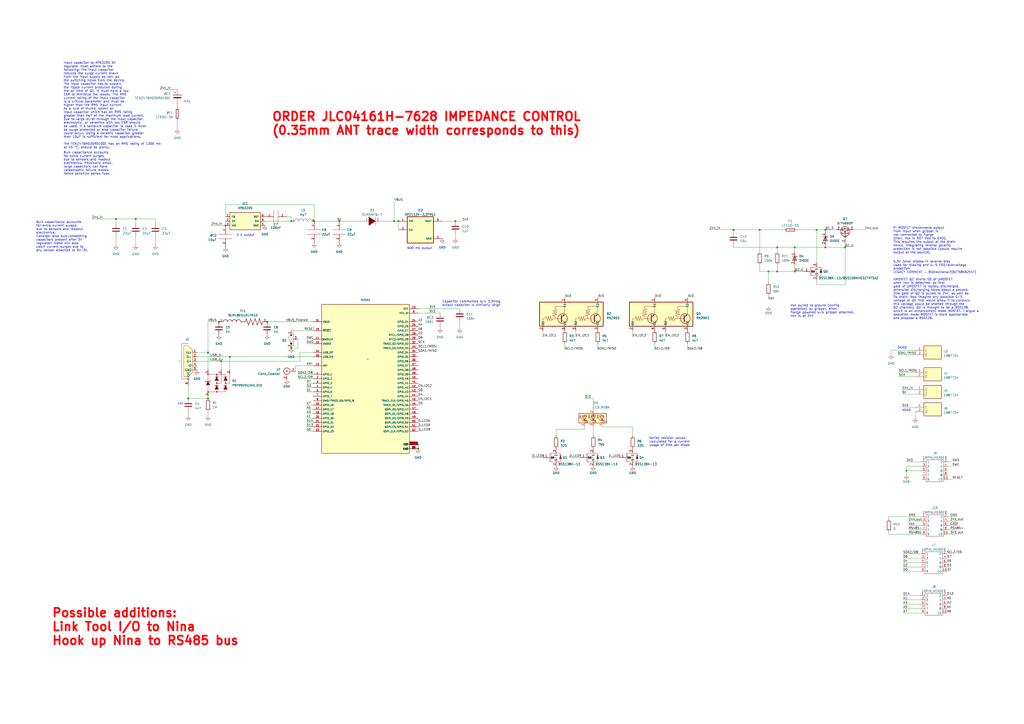
<source format=kicad_sch>
(kicad_sch (version 20230121) (generator eeschema)
  (paper "A2")
  (junction (at 168.91 201.93))
  (junction (at 109.22 231.14))
  (junction (at 67.31 127))
  (junction (at 473.71 133.35))
  (junction (at 128.27 209.55))
  (junction (at 127 186.69))
  (junction (at 264.16 128.27))
  (junction (at 120.65 204.47))
  (junction (at 120.65 231.14))
  (junction (at 450.85 143.51))
  (junction (at 425.45 133.35))
  (junction (at 450.85 157.48))
  (junction (at 440.69 133.35))
  (junction (at 461.01 143.51))
  (junction (at 168.91 128.27))
  (junction (at 154.94 186.69))
  (junction (at 130.81 130.81))
  (junction (at 133.35 207.01))
  (junction (at 478.79 143.51))
  (junction (at 525.78 273.05))
  (junction (at 228.6 128.27))
  (junction (at 490.22 143.51))
  (junction (at 231.14 128.27))
  (junction (at 461.01 157.48))
  (junction (at 242.57 260.35))
  (junction (at 478.79 133.35))
  (junction (at 445.77 157.48))
  (junction (at 78.74 127))
  (junction (at 196.85 128.27))
  (junction (at 182.245 128.27))
  (wire (pts (xy 411.48 133.35) (xy 425.45 133.35)))
  (wire (pts (xy 525.78 267.97) (xy 534.67 267.97)))
  (wire (pts (xy 490.22 140.97) (xy 490.22 143.51)))
  (wire (pts (xy 168.91 125.73) (xy 168.91 128.27)))
  (wire (pts (xy 177.8 240.03) (xy 181.61 240.03)))
  (wire (pts (xy 242.57 179.07) (xy 266.7 179.07)))
  (wire (pts (xy 128.27 209.55) (xy 173.99 209.55)))
  (wire (pts (xy 495.3 133.35) (xy 501.65 133.35)))
  (wire (pts (xy 177.8 222.25) (xy 181.61 222.25)))
  (wire (pts (xy 549.91 278.13) (xy 552.45 278.13)))
  (wire (pts (xy 344.17 252.73) (xy 344.17 247.65)))
  (wire (pts (xy 53.34 127) (xy 67.31 127)))
  (wire (pts (xy 120.65 238.76) (xy 120.65 241.3)))
  (wire (pts (xy 523.875 331.47) (xy 534.035 331.47)))
  (wire (pts (xy 220.98 128.27) (xy 228.6 128.27)))
  (wire (pts (xy 450.85 143.51) (xy 461.01 143.51)))
  (wire (pts (xy 177.8 245.11) (xy 181.61 245.11)))
  (wire (pts (xy 177.8 250.19) (xy 181.61 250.19)))
  (wire (pts (xy 523.875 345.44) (xy 534.035 345.44)))
  (wire (pts (xy 171.45 212.09) (xy 171.45 215.265)))
  (wire (pts (xy 523.24 226.06) (xy 530.86 226.06)))
  (wire (pts (xy 516.89 203.2) (xy 530.86 203.2)))
  (wire (pts (xy 327.66 199.39) (xy 327.66 203.2)))
  (wire (pts (xy 450.85 157.48) (xy 461.01 157.48)))
  (wire (pts (xy 339.09 231.14) (xy 344.17 231.14)))
  (wire (pts (xy 120.65 204.47) (xy 120.65 186.69)))
  (wire (pts (xy 177.8 247.65) (xy 181.61 247.65)))
  (wire (pts (xy 109.22 223.52) (xy 109.22 231.14)))
  (wire (pts (xy 525.78 273.05) (xy 534.67 273.05)))
  (wire (pts (xy 231.14 128.27) (xy 231.14 133.35)))
  (wire (pts (xy 549.91 304.8) (xy 554.99 304.8)))
  (wire (pts (xy 515.62 299.72) (xy 534.67 299.72)))
  (wire (pts (xy 466.09 157.48) (xy 461.01 157.48)))
  (wire (pts (xy 549.91 307.34) (xy 554.99 307.34)))
  (wire (pts (xy 78.74 127) (xy 78.74 129.54)))
  (wire (pts (xy 172.72 217.17) (xy 181.61 217.17)))
  (wire (pts (xy 330.2 265.43) (xy 336.55 265.43)))
  (wire (pts (xy 172.72 219.71) (xy 181.61 219.71)))
  (wire (pts (xy 177.8 199.39) (xy 181.61 199.39)))
  (wire (pts (xy 90.17 127) (xy 90.17 129.54)))
  (wire (pts (xy 130.81 128.27) (xy 130.81 130.81)))
  (wire (pts (xy 425.45 133.35) (xy 425.45 134.62)))
  (wire (pts (xy 450.85 143.51) (xy 450.85 146.05)))
  (wire (pts (xy 525.78 275.59) (xy 525.78 273.05)))
  (wire (pts (xy 520.7 205.74) (xy 530.86 205.74)))
  (wire (pts (xy 120.65 229.87) (xy 120.65 231.14)))
  (wire (pts (xy 521.335 215.9) (xy 530.86 215.9)))
  (wire (pts (xy 461.01 157.48) (xy 461.01 153.67)))
  (wire (pts (xy 367.03 191.77) (xy 367.03 195.58)))
  (wire (pts (xy 473.71 162.56) (xy 473.71 165.1)))
  (wire (pts (xy 478.79 143.51) (xy 490.22 143.51)))
  (wire (pts (xy 523.875 321.31) (xy 534.035 321.31)))
  (wire (pts (xy 102.87 59.69) (xy 102.87 62.23)))
  (wire (pts (xy 308.61 265.43) (xy 314.96 265.43)))
  (wire (pts (xy 130.81 118.745) (xy 182.245 118.745)))
  (wire (pts (xy 128.27 209.55) (xy 128.27 214.63)))
  (wire (pts (xy 154.94 186.69) (xy 181.61 186.69)))
  (wire (pts (xy 478.79 134.62) (xy 478.79 133.35)))
  (wire (pts (xy 549.91 270.51) (xy 552.45 270.51)))
  (wire (pts (xy 525.78 270.51) (xy 534.67 270.51)))
  (wire (pts (xy 78.74 127) (xy 90.17 127)))
  (wire (pts (xy 67.31 142.24) (xy 67.31 137.16)))
  (wire (pts (xy 523.875 350.52) (xy 534.035 350.52)))
  (wire (pts (xy 109.22 231.14) (xy 120.65 231.14)))
  (wire (pts (xy 478.79 133.35) (xy 485.14 133.35)))
  (wire (pts (xy 114.3 207.01) (xy 133.35 207.01)))
  (wire (pts (xy 461.01 143.51) (xy 461.01 146.05)))
  (wire (pts (xy 339.09 248.92) (xy 339.09 247.65)))
  (wire (pts (xy 172.72 201.93) (xy 168.91 201.93)))
  (wire (pts (xy 114.3 204.47) (xy 120.65 204.47)))
  (wire (pts (xy 515.62 300.99) (xy 515.62 299.72)))
  (wire (pts (xy 473.71 133.35) (xy 478.79 133.35)))
  (wire (pts (xy 92.71 52.07) (xy 102.87 52.07)))
  (wire (pts (xy 264.16 138.43) (xy 264.16 135.89)))
  (wire (pts (xy 525.78 270.51) (xy 525.78 273.05)))
  (wire (pts (xy 177.8 224.79) (xy 181.61 224.79)))
  (wire (pts (xy 473.71 133.35) (xy 473.71 152.4)))
  (wire (pts (xy 478.79 142.24) (xy 478.79 143.51)))
  (wire (pts (xy 440.69 146.05) (xy 440.69 133.35)))
  (wire (pts (xy 523.875 347.98) (xy 534.035 347.98)))
  (wire (pts (xy 314.96 191.77) (xy 314.96 195.58)))
  (wire (pts (xy 322.58 248.92) (xy 339.09 248.92)))
  (wire (pts (xy 490.22 143.51) (xy 490.22 165.1)))
  (wire (pts (xy 367.03 247.65) (xy 349.25 247.65)))
  (wire (pts (xy 182.245 118.745) (xy 182.245 128.27)))
  (wire (pts (xy 172.72 196.85) (xy 172.72 201.93)))
  (wire (pts (xy 266.7 190.5) (xy 266.7 186.69)))
  (wire (pts (xy 242.57 181.61) (xy 255.27 181.61)))
  (wire (pts (xy 177.8 196.85) (xy 181.61 196.85)))
  (wire (pts (xy 346.71 199.39) (xy 346.71 203.2)))
  (wire (pts (xy 196.85 128.27) (xy 210.82 128.27)))
  (wire (pts (xy 67.31 127) (xy 67.31 129.54)))
  (wire (pts (xy 344.17 237.49) (xy 344.17 231.14)))
  (wire (pts (xy 523.24 228.6) (xy 530.86 228.6)))
  (wire (pts (xy 523.875 355.6) (xy 534.035 355.6)))
  (wire (pts (xy 242.57 257.81) (xy 242.57 260.35)))
  (wire (pts (xy 177.8 227.33) (xy 181.61 227.33)))
  (wire (pts (xy 177.8 242.57) (xy 181.61 242.57)))
  (wire (pts (xy 549.91 267.97) (xy 552.45 267.97)))
  (wire (pts (xy 527.05 304.8) (xy 534.67 304.8)))
  (wire (pts (xy 516.89 203.2) (xy 516.89 205.74)))
  (wire (pts (xy 120.65 204.47) (xy 120.65 214.63)))
  (wire (pts (xy 445.77 157.48) (xy 450.85 157.48)))
  (wire (pts (xy 133.35 207.01) (xy 133.35 214.63)))
  (wire (pts (xy 523.875 326.39) (xy 534.035 326.39)))
  (wire (pts (xy 461.01 143.51) (xy 478.79 143.51)))
  (wire (pts (xy 440.69 153.67) (xy 440.69 157.48)))
  (wire (pts (xy 462.28 133.35) (xy 473.71 133.35)))
  (wire (pts (xy 523.875 323.85) (xy 534.035 323.85)))
  (wire (pts (xy 523.875 328.93) (xy 534.035 328.93)))
  (wire (pts (xy 166.37 125.73) (xy 168.91 125.73)))
  (wire (pts (xy 549.91 302.26) (xy 554.99 302.26)))
  (wire (pts (xy 173.99 209.55) (xy 173.99 204.47)))
  (wire (pts (xy 120.65 186.69) (xy 127 186.69)))
  (wire (pts (xy 440.69 133.35) (xy 454.66 133.35)))
  (wire (pts (xy 173.99 204.47) (xy 181.61 204.47)))
  (wire (pts (xy 440.69 157.48) (xy 445.77 157.48)))
  (wire (pts (xy 102.87 74.93) (xy 102.87 69.85)))
  (wire (pts (xy 527.05 307.34) (xy 534.67 307.34)))
  (wire (pts (xy 182.245 128.27) (xy 196.85 128.27)))
  (wire (pts (xy 169.545 128.27) (xy 168.91 128.27)))
  (wire (pts (xy 445.77 157.48) (xy 445.77 163.83)))
  (wire (pts (xy 367.03 252.73) (xy 367.03 247.65)))
  (wire (pts (xy 114.3 209.55) (xy 128.27 209.55)))
  (wire (pts (xy 549.91 299.72) (xy 554.99 299.72)))
  (wire (pts (xy 521.335 218.44) (xy 530.86 218.44)))
  (wire (pts (xy 322.58 252.73) (xy 322.58 248.92)))
  (wire (pts (xy 109.22 238.76) (xy 109.22 241.3)))
  (wire (pts (xy 264.16 128.27) (xy 267.97 128.27)))
  (wire (pts (xy 549.91 309.88) (xy 554.99 309.88)))
  (wire (pts (xy 168.91 128.27) (xy 153.67 128.27)))
  (wire (pts (xy 78.74 142.24) (xy 78.74 137.16)))
  (wire (pts (xy 473.71 165.1) (xy 490.22 165.1)))
  (wire (pts (xy 515.62 308.61) (xy 515.62 309.88)))
  (wire (pts (xy 256.54 128.27) (xy 264.16 128.27)))
  (wire (pts (xy 90.17 142.24) (xy 90.17 137.16)))
  (wire (pts (xy 133.35 207.01) (xy 181.61 207.01)))
  (wire (pts (xy 386.08 191.77) (xy 386.08 195.58)))
  (wire (pts (xy 67.31 127) (xy 78.74 127)))
  (wire (pts (xy 228.6 116.84) (xy 228.6 128.27)))
  (wire (pts (xy 168.91 191.77) (xy 181.61 191.77)))
  (wire (pts (xy 177.8 237.49) (xy 181.61 237.49)))
  (wire (pts (xy 523.875 353.06) (xy 534.035 353.06)))
  (wire (pts (xy 425.45 143.51) (xy 450.85 143.51)))
  (wire (pts (xy 425.45 133.35) (xy 440.69 133.35)))
  (wire (pts (xy 171.45 212.09) (xy 181.61 212.09)))
  (wire (pts (xy 228.6 128.27) (xy 231.14 128.27)))
  (wire (pts (xy 445.77 171.45) (xy 445.77 173.99)))
  (wire (pts (xy 130.81 125.73) (xy 130.81 118.745)))
  (wire (pts (xy 530.86 242.57) (xy 530.86 238.76)))
  (wire (pts (xy 379.73 199.39) (xy 379.73 203.2)))
  (wire (pts (xy 425.45 142.24) (xy 425.45 143.51)))
  (wire (pts (xy 450.85 153.67) (xy 450.85 157.48)))
  (wire (pts (xy 334.01 191.77) (xy 334.01 195.58)))
  (wire (pts (xy 122.555 130.81) (xy 130.81 130.81)))
  (wire (pts (xy 177.8 234.95) (xy 181.61 234.95)))
  (wire (pts (xy 515.62 309.88) (xy 534.67 309.88)))
  (wire (pts (xy 353.06 265.43) (xy 359.41 265.43)))
  (wire (pts (xy 398.78 199.39) (xy 398.78 203.2)))
  (wire (pts (xy 523.24 236.22) (xy 530.86 236.22)))
  (wire (pts (xy 255.27 190.5) (xy 255.27 189.23)))
  (wire (pts (xy 527.05 302.26) (xy 534.67 302.26)))
  (text "Von pulled to ground (during \noperation) by gripper. When\nflange powered w/o gripper attached,\nVon is at 24V" (at 458.47 184.15 0) (effects (font (size 1.27 1.27)) (justify left bottom)))
  (text "ORDER JLC04161H-7628 IMPEDANCE CONTROL\n(0.35mm ANT trace width corresponds to this)" (at 157.48 78.74 0) (effects (font (size 5 5) (thickness 1) bold) (justify left bottom)))
  (text "600 mA output" (at 236.22 144.78 0) (effects (font (size 1.27 1.27)) (justify left bottom)))
  (text "Bulk capacitance accounts \nfor extra current surges \ndue to sensors and readout\nelectronics. Physically small,\nlarge capacitors can have \ncatastrophic failure modes,\nhence sensitive series fuse." (at 36.83 101.6 0) (effects (font (size 1.27 1.27)) (justify left bottom)))
  (text "AGND" (at 523.24 238.76 0) (effects (font (size 1.27 1.27)) (justify left bottom)))
  (text "DGND" (at 520.7 202.565 0) (effects (font (size 1.27 1.27)) (justify left bottom)))
  (text "Bulk capacitance accounts \nfor extra current surges \ndue to sensors and readout\nelectronics.\nConsider also bulk/smoothing\ncapacitors present after 5V\nregulator: these will also\ncatch current surges due to \nany sensor attached to 5V/3V." (at 20.955 146.05 0) (effects (font (size 1.27 1.27)) (justify left bottom)))
  (text "nMOSFET Q2 shorts GS of pMOSFET\nwhen Von is detached, so that \ngate of pMOSFET is rapidly discharged,\notherwise discharging takes about a second.\n(the gate of Q2 is pulled to 24V, as well as \nits drain. Now imagine any possible G-S\nvoltage at Q1 that would allow it to conduct:\nthis voltage would be shorted through the \nQ2 channel). Q2 is thought to be a BSS138, \nwhich is an enhancement mode MOSFET. I argue a \ndepletion mode MOSFET is more appropriate\nand propose a BSS126." (at 518.16 185.42 0) (effects (font (size 1.27 1.27)) (justify left bottom)))
  (text "P-MOSFET disconnects output \nfrom input when gripper is \nnot connected to flange \n(then, Von is NOT tied to GND).\nThis requires the output at the drain,\nhence, integrating reverse polarity \nprotection is not possible (would require\noutput at the source).\n" (at 518.16 147.32 0) (effects (font (size 1.27 1.27)) (justify left bottom)))
  (text "1kV" (at 102.87 234.95 0) (effects (font (size 1.27 1.27)) (justify left bottom)))
  (text "Possible additions:\nLink Tool I/O to Nina\nHook up Nina to RS485 bus" (at 29.845 374.65 0) (effects (font (size 5 5) (thickness 1) bold) (justify left bottom)))
  (text "Series resistor values\ncalculated for a current\nusage of 2mA per diode" (at 376.555 259.08 0) (effects (font (size 1.27 1.27)) (justify left bottom)))
  (text "Input capacitor to AP63205 5V \nregulator must adhere to the \nfollowing: The input capacitor \nreduces the surge current drawn \nfrom the input supply as well as \nthe switching noise from the device. \nThe input capacitor has,to sustain \nthe ripple current produced during \nthe on time of Q1. It must have a low \nESR to minimize the losses. The RMS \ncurrent rating of the input capacitor \nis a critical parameter and must be \nhigher than the RMS input current. \nAs a rule of thumb, select an\ninput capacitor which has an RMS rating \ngreater than half of the maximum load current.\nDue to large dI/dt through the input capacitor, \nelectrolytic, or ceramics with low ESR should \nbe used. If a tantalum capacitor is used it must \nbe surge protected or else capacitor failure \ncould occur. Using a ceramic capacitor greater \nthan 10µF is sufficient for most applications.\n\nThe TCNZ476M035R0100E has an RMS rating of 1300 mA\nat 45 °C, should be plenty." (at 36.83 86.36 0) (effects (font (size 1.27 1.27)) (justify left bottom)))
  (text "Capacitor commented b/c 3.3Vreg \noutput capacitor is similarly large" (at 256.54 177.8 0) (effects (font (size 1.27 1.27)) (justify left bottom)))
  (text "47u" (at 106.68 59.69 0) (effects (font (size 1.27 1.27)) (justify left bottom)))
  (text "2 A output" (at 137.16 137.16 0) (effects (font (size 1.27 1.27)) (justify left bottom)))
  (text "5.3V Zener diodes in reverse bias \nUsed for biasing and G-S ESD/overvoltage \nprotection\nLEGACY COMMENT - Bidirectional?(BZT585B2V4T)" (at 518.16 158.75 0) (effects (font (size 1.27 1.27)) (justify left bottom)))
  (label "D7" (at 177.8 222.25 0))
  (label "EN_I2C1" (at 334.01 195.58 0))
  (label "Q2_G" (at 461.01 157.48 0))
  (label "SDA2{slash}D8" (at 398.78 203.2 0))
  (label "D3" (at 549.275 328.93 0))
  (label "Von" (at 527.05 304.8 0))
  (label "A5" (at 177.8 237.49 0))
  (label "RS485+" (at 551.18 307.34 0))
  (label "ANT" (at 177.8 212.09 0))
  (label "D_LEDR" (at 330.2 265.43 0))
  (label "Von" (at 445.77 173.99 0))
  (label "A1" (at 177.8 242.57 0))
  (label "SWC" (at 552.45 270.51 0))
  (label "RS485-" (at 527.05 307.34 0))
  (label "24V_in" (at 523.24 226.06 0))
  (label "VBUS_filtered" (at 165.735 186.69 0))
  (label "A4" (at 242.57 189.23 0))
  (label "3V3" (at 379.73 172.72 0))
  (label "D0" (at 523.875 331.47 0))
  (label "D7" (at 549.275 323.85 0))
  (label "EN_I2C1" (at 314.96 195.58 0))
  (label "EN_I2C2" (at 386.08 195.58 0))
  (label "D14" (at 177.8 245.11 0))
  (label "D14" (at 523.875 345.44 0))
  (label "A7" (at 177.8 234.95 0))
  (label "24V_in" (at 53.34 127 0))
  (label "D5" (at 549.275 326.39 0))
  (label "SCL1{slash}MOSI" (at 521.335 215.9 0))
  (label "24V_in" (at 92.71 52.07 0))
  (label "USB_D-" (at 121.92 207.01 0))
  (label "D13" (at 177.8 247.65 0))
  (label "3V3_out" (at 551.18 309.88 0))
  (label "A0" (at 549.275 347.98 0))
  (label "SCL1{slash}MOSI" (at 242.57 201.93 0))
  (label "A2" (at 549.275 350.52 0))
  (label "EN_I2C2" (at 242.57 224.79 0))
  (label "5V" (at 523.24 228.6 0))
  (label "A6" (at 549.275 355.6 0))
  (label "3V3" (at 346.71 172.72 0))
  (label "D2" (at 523.875 328.93 0))
  (label "Q1_G" (at 490.22 143.51 0))
  (label "24V_in" (at 122.555 130.81 0))
  (label "D6" (at 523.875 323.85 0))
  (label "3V3" (at 327.66 172.72 0))
  (label "SDA1{slash}MISO" (at 346.71 203.2 0))
  (label "VBUS" (at 228.6 116.84 0))
  (label "SWD" (at 552.45 267.97 0))
  (label "D5" (at 242.57 234.95 0))
  (label "24V_out" (at 501.65 133.35 0))
  (label "3V3" (at 267.97 128.27 0))
  (label "A4" (at 549.275 353.06 0))
  (label "RESET" (at 552.45 278.13 0))
  (label "A6" (at 242.57 191.77 0))
  (label "D0" (at 242.57 227.33 0))
  (label "D_LEDB" (at 308.61 265.43 0))
  (label "D_LEDG" (at 242.57 245.11 0))
  (label "CASE" (at 551.18 304.8 0))
  (label "A2" (at 242.57 186.69 0))
  (label "SDA1{slash}MISO" (at 242.57 204.47 0))
  (label "3V3" (at 398.78 172.72 0))
  (label "3V3" (at 523.24 236.22 0))
  (label "Q1_S" (at 478.79 133.35 0))
  (label "GND" (at 527.05 299.72 0))
  (label "RS485G" (at 527.05 309.88 0))
  (label "SCK" (at 521.335 218.44 0))
  (label "D4" (at 242.57 229.87 0))
  (label "D6" (at 242.57 196.85 0))
  (label "A7" (at 523.875 355.6 0))
  (label "24V_in" (at 411.48 133.35 0))
  (label "D1" (at 177.8 227.33 0))
  (label "SCL1{slash}MOSI" (at 327.66 203.2 0))
  (label "RESET" (at 176.53 191.77 0))
  (label "SCL2{slash}D9" (at 172.72 219.71 0))
  (label "D_LEDB" (at 242.57 250.19 0))
  (label "GND" (at 551.18 299.72 0))
  (label "D_LEDR" (at 242.57 247.65 0))
  (label "D13" (at 549.275 345.44 0))
  (label "SCL2{slash}D9" (at 549.275 321.31 0))
  (label "5V" (at 195.58 128.27 0))
  (label "A5" (at 523.875 353.06 0))
  (label "3V3" (at 525.78 267.97 0))
  (label "SCL2{slash}D9" (at 379.73 203.2 0))
  (label "A3" (at 177.8 240.03 0))
  (label "SDA2{slash}D8" (at 172.72 217.17 0))
  (label "USB_D+" (at 121.92 209.55 0))
  (label "3V3" (at 248.92 179.07 0))
  (label "D_LEDG" (at 353.06 265.43 0))
  (label "EN_I2C1" (at 242.57 232.41 0))
  (label "SCK" (at 242.57 199.39 0))
  (label "VBUS" (at 120.65 186.69 0))
  (label "SWC" (at 177.8 196.85 0))
  (label "SWD" (at 177.8 199.39 0))
  (label "24V_out" (at 527.05 302.26 0))
  (label "3V3" (at 339.09 231.14 0))
  (label "SDA2{slash}D8" (at 523.875 321.31 0))
  (label "D2" (at 242.57 194.31 0))
  (label "A1" (at 523.875 347.98 0))
  (label "D4" (at 523.875 326.39 0))
  (label "24V_out" (at 551.18 302.26 0))
  (label "SDA1{slash}MISO" (at 520.7 205.74 0))
  (label "A0" (at 177.8 250.19 0))
  (label "A3" (at 523.875 350.52 0))
  (label "EN_I2C2" (at 367.03 195.58 0))
  (label "D1" (at 549.275 331.47 0))
  (label "D3" (at 177.8 224.79 0))
  (label "3V3" (at 248.92 181.61 0))
  (symbol (lib_id "Device:C") (at 255.27 185.42 0) (unit 1)
    (property "Reference" "#C3" (at 251.46 184.15 0) (effects (justify right)))
    (property "Value" "100n" (at 251.46 186.69 0) (effects (justify right)))
    (property "Footprint" "Capacitor_SMD:C_0603_1608Metric" (effects hide))
  )
  (symbol (lib_id "Device:Fuse") (at 102.87 66.04 180) (unit 1)
    (property "Reference" "#F1" (at 100.33 65.405 0) (effects (justify left)))
    (property "Value" "LF035-30" (at 100.33 67.945 0) (effects (justify left)))
    (property "Footprint" "robotiq_wrist_coupling:1812L110-33" (effects hide))
    (property "Sim.Device" "R" (effects hide))
    (property "Sim.Pins" "1=+ 2=-" (effects hide))
    (property "Sim.Params" "r=0" (effects hide))
  )
  (symbol (lib_id "power:GND") (at 182.245 140.97 0) (unit 1)
    (property "Reference" "#PWR014" (effects hide))
    (property "Value" "GND" (at 182.245 146.05 0))
  )
  (symbol (lib_id "power:GND") (at 367.03 270.51 0) (unit 1)
    (property "Reference" "#PWR023" (effects hide))
    (property "Value" "GND" (at 367.03 274.32 0))
  )
  (symbol (lib_id "RobotiqWristCoupling:AP63205") (at 142.24 128.27 0) (unit 1)
    (property "Reference" "IC1" (at 142.24 118.11 0))
    (property "Value" "AP63205" (at 142.24 120.65 0))
    (property "Footprint" "robotiq_wrist_coupling:TSOT23-6" (effects hide))
  )
  (symbol (lib_id "robotiq_wrist_coupling:1987724") (at 530.86 215.9 0) (unit 1)
    (property "Reference" "J4" (at 547.37 216.535 0) (effects (justify left)))
    (property "Value" "1987724" (at 547.37 219.075 0) (effects (justify left)))
    (property "Footprint" "robotiq_wrist_coupling:1987724" (effects hide))
    (property "Datasheet" "https://datasheet.datasheetarchive.com/originals/distributors/Datasheets-DGA18/1075322.pdf" (effects hide))
    (property "Height" "9.15" (effects hide))
    (property "Manufacturer_Name" "Phoenix Contact" (effects hide))
    (property "Manufacturer_Part_Number" "1987724" (effects hide))
    (property "Mouser Part Number" "651-1987724" (effects hide))
    (property "Mouser Price/Stock" "https://www.mouser.co.uk/ProductDetail/Phoenix-Contact/1987724?qs=gjk32EaArKIePzXcIKo3jg%3D%3D" (effects hide))
    (property "Arrow Part Number" "1987724" (effects hide))
    (property "Arrow Price/Stock" "https://www.arrow.com/en/products/1987724/phoenix-contact" (effects hide))
  )
  (symbol (lib_id "Device:D_Zener") (at 461.01 149.86 270) (unit 1)
    (property "Reference" "D4" (at 463.55 148.59 90) (effects (justify left)))
    (property "Value" "DIODE" (at 463.55 151.13 90) (effects (justify left)))
    (property "Footprint" "robotiq_wrist_coupling:DO-219AC" (effects hide))
    (property "Sim.Device" "D" (effects hide))
    (property "Sim.Pins" "1=K 2=A" (effects hide))
    (property "Sim.Params" "bv=5.3" (effects hide))
  )
  (symbol (lib_id "pspice:DIODE") (at 215.9 128.27 0) (unit 1)
    (property "Reference" "D2" (at 215.9 121.92 0))
    (property "Value" "S1MSWFQ-7" (at 215.9 124.46 0))
    (property "Footprint" "robotiq_wrist_coupling:S1MSWFQ-7" (effects hide))
  )
  (symbol (lib_id "robotiq_wrist_coupling:10PIN_HEADER") (at 536.575 356.87 0) (unit 1)
    (property "Reference" "J8" (at 541.655 340.36 0))
    (property "Value" "10PIN_HEADER" (at 541.655 342.9 0))
    (property "Footprint" "robotiq_wrist_coupling:HOLE_2x5" (effects hide))
  )
  (symbol (lib_id "Device:C") (at 264.16 132.08 0) (unit 1)
    (property "Reference" "C10" (at 267.97 131.445 0) (effects (justify left)))
    (property "Value" "1µF" (at 267.97 133.985 0) (effects (justify left)))
    (property "Footprint" "Capacitor_SMD:C_0603_1608Metric" (effects hide))
  )
  (symbol (lib_id "power:GND") (at 120.65 241.3 0) (unit 1)
    (property "Reference" "#PWR07" (effects hide))
    (property "Value" "GND" (at 120.65 246.38 0))
  )
  (symbol (lib_id "robotiq_wrist_coupling:10PIN_HEADER") (at 537.21 311.15 0) (unit 1)
    (property "Reference" "J10" (at 542.29 294.64 0))
    (property "Value" "10PIN_HEADER" (at 542.29 297.18 0))
    (property "Footprint" "robotiq_wrist_coupling:10PIN_SPRING_HEADER" (effects hide))
  )
  (symbol (lib_id "power:GND") (at 130.81 143.51 0) (unit 1)
    (property "Reference" "#PWR09" (effects hide))
    (property "Value" "GND" (at 130.81 148.59 0))
  )
  (symbol (lib_id "power:GND") (at 168.91 201.93 0) (unit 1)
    (property "Reference" "#PWR013" (effects hide))
    (property "Value" "GND" (at 168.91 207.01 0))
  )
  (symbol (lib_id "power:GND") (at 264.16 138.43 0) (unit 1)
    (property "Reference" "#PWR019" (effects hide))
    (property "Value" "GND" (at 264.16 143.51 0))
  )
  (symbol (lib_id "Device:D_Zener") (at 478.79 138.43 270) (unit 1)
    (property "Reference" "D5" (at 481.33 137.16 90) (effects (justify left)))
    (property "Value" "DIODE" (at 481.33 139.7 90) (effects (justify left)))
    (property "Footprint" "robotiq_wrist_coupling:DO-219AC" (effects hide))
    (property "Sim.Device" "D" (effects hide))
    (property "Sim.Pins" "1=K 2=A" (effects hide))
    (property "Sim.Params" "bv=5.3" (effects hide))
  )
  (symbol (lib_id "robotiq_wrist_coupling:10PIN_HEADER") (at 537.21 279.4 0) (unit 1)
    (property "Reference" "J9" (at 542.29 262.89 0))
    (property "Value" "10PIN_HEADER" (at 542.29 265.43 0))
    (property "Footprint" "robotiq_wrist_coupling:10PIN_1.27PITCH" (effects hide))
  )
  (symbol (lib_id "RobotiqWristCoupling:BSS138") (at 363.22 265.43 0) (unit 1)
    (property "Reference" "Q4" (at 370.84 265.43 0) (effects (justify left)))
    (property "Value" "BSS138K-13" (at 368.3 269.24 0) (effects (justify left)))
    (property "Footprint" "robotiq_wrist_coupling:BSS138" (effects hide))
    (property "Sim.Library" "C:\\Users\\idlab403\\Documents\\Doctoraat\\Projects\\UR3\\RobotiqWristCoupling\\lib\\BSS138.lib" (effects hide))
    (property "Sim.Name" "BSS138/ZTX" (effects hide))
    (property "Sim.Device" "SUBCKT" (effects hide))
    (property "Sim.Pins" "1=4 2=5 3=3" (effects hide))
  )
  (symbol (lib_id "robotiq_wrist_coupling:1987724") (at 530.86 226.06 0) (unit 1)
    (property "Reference" "J5" (at 547.37 226.695 0) (effects (justify left)))
    (property "Value" "1987724" (at 547.37 229.235 0) (effects (justify left)))
    (property "Footprint" "robotiq_wrist_coupling:1987724" (effects hide))
    (property "Datasheet" "https://datasheet.datasheetarchive.com/originals/distributors/Datasheets-DGA18/1075322.pdf" (effects hide))
    (property "Height" "9.15" (effects hide))
    (property "Manufacturer_Name" "Phoenix Contact" (effects hide))
    (property "Manufacturer_Part_Number" "1987724" (effects hide))
    (property "Mouser Part Number" "651-1987724" (effects hide))
    (property "Mouser Price/Stock" "https://www.mouser.co.uk/ProductDetail/Phoenix-Contact/1987724?qs=gjk32EaArKIePzXcIKo3jg%3D%3D" (effects hide))
    (property "Arrow Part Number" "1987724" (effects hide))
    (property "Arrow Price/Stock" "https://www.arrow.com/en/products/1987724/phoenix-contact" (effects hide))
  )
  (symbol (lib_id "power:GND") (at 516.89 205.74 0) (unit 1)
    (property "Reference" "#PWR025" (effects hide))
    (property "Value" "GND" (at 516.89 210.82 0))
  )
  (symbol (lib_id "Device:C") (at 154.94 190.5 0) (unit 1)
    (property "Reference" "C6" (at 158.75 189.865 0) (effects (justify left)))
    (property "Value" "1n" (at 158.75 192.405 0) (effects (justify left)))
    (property "Footprint" "Capacitor_SMD:C_0603_1608Metric" (effects hide))
  )
  (symbol (lib_id "Device:R") (at 445.77 167.64 0) (unit 1)
    (property "Reference" "R10" (at 448.31 166.37 0) (effects (justify left)))
    (property "Value" "50k" (at 448.31 168.91 0) (effects (justify left)))
    (property "Footprint" "Resistor_SMD:R_0603_1608Metric" (effects hide))
    (property "Sim.Device" "R" (effects hide))
    (property "Sim.Pins" "1=+ 2=-" (effects hide))
  )
  (symbol (lib_id "power:GND") (at 153.67 130.81 0) (unit 1)
    (property "Reference" "#PWR010" (effects hide))
    (property "Value" "GND" (at 153.67 135.89 0))
  )
  (symbol (lib_id "Device:LED_RGBA") (at 344.17 242.57 90) (unit 1)
    (property "Reference" "D3" (at 344.17 233.68 90) (effects (justify right)))
    (property "Value" "LED_RGBA" (at 344.17 236.22 90) (effects (justify right)))
    (property "Footprint" "robotiq_wrist_coupling:XZCCBDMEDGK161W" (effects hide))
  )
  (symbol (lib_id "Device:C") (at 127 190.5 0) (unit 1)
    (property "Reference" "C5" (at 130.81 189.865 0) (effects (justify left)))
    (property "Value" "1n" (at 130.81 192.405 0) (effects (justify left)))
    (property "Footprint" "Capacitor_SMD:C_0603_1608Metric" (effects hide))
  )
  (symbol (lib_id "pspice:CAP") (at 160.02 125.73 90) (unit 1)
    (property "Reference" "C7" (at 160.02 130.175 90))
    (property "Value" "100nF" (at 160.02 132.08 90))
    (property "Footprint" "Capacitor_SMD:C_0603_1608Metric" (effects hide))
  )
  (symbol (lib_id "Device:R") (at 379.73 195.58 0) (unit 1)
    (property "Reference" "R7" (at 382.27 194.945 0) (effects (justify left)))
    (property "Value" "4k7" (at 382.27 197.485 0) (effects (justify left)))
    (property "Footprint" "Resistor_SMD:R_0603_1608Metric" (effects hide))
  )
  (symbol (lib_id "pspice:CAP") (at 130.81 137.16 0) (unit 1)
    (property "Reference" "#C2" (at 125.73 136.525 0) (effects (justify right)))
    (property "Value" "10µF" (at 125.73 139.065 0) (effects (justify right)))
    (property "Footprint" "Capacitor_SMD:C_0603_1608Metric" (effects hide))
  )
  (symbol (lib_id "power:GND") (at 255.27 190.5 0) (unit 1)
    (property "Reference" "#PWR017" (effects hide))
    (property "Value" "GND" (at 255.27 195.58 0))
  )
  (symbol (lib_id "Connector:Conn_Coaxial") (at 166.37 215.265 0) (mirror y) (unit 1)
    (property "Reference" "J2" (at 162.56 214.2882 0) (effects (justify left)))
    (property "Value" "Conn_Coaxial" (at 162.56 216.8282 0) (effects (justify left)))
    (property "Footprint" "robotiq_wrist_coupling:2337019-1 µCOAX" (effects hide))
    (property "Datasheet" " ~" (effects hide))
  )
  (symbol (lib_id "robotiq_wrist_coupling:BLM18EG101TN1D") (at 142.24 186.69 0) (unit 1)
    (property "Reference" "FL1" (at 140.97 180.34 0))
    (property "Value" "BLM18EG101TN1D" (at 140.97 182.88 0))
    (property "Footprint" "BEADC1608X65N" (effects hide))
  )
  (symbol (lib_id "robotiq_wrist_coupling:µUSB") (at 104.14 209.55 0) (unit 1)
    (property "Reference" "J1" (at 108.585 196.85 0))
    (property "Value" "~" (at 104.14 209.55 0))
    (property "Footprint" "robotiq_wrist_coupling:MCR-B-S-RA-SMT-CS5A-NF" (effects hide))
  )
  (symbol (lib_id "Device:R") (at 367.03 256.54 0) (unit 1)
    (property "Reference" "R6" (at 369.57 255.905 0) (effects (justify left)))
    (property "Value" "325" (at 369.57 258.445 0) (effects (justify left)))
    (property "Footprint" "Resistor_SMD:R_0603_1608Metric" (effects hide))
  )
  (symbol (lib_id "power:GND") (at 109.22 241.3 0) (unit 1)
    (property "Reference" "#PWR05" (effects hide))
    (property "Value" "GND" (at 109.22 246.38 0))
  )
  (symbol (lib_id "Device:C_Polarized") (at 102.87 55.88 0) (unit 1)
    (property "Reference" "#C1" (at 99.06 54.356 0) (effects (justify right)))
    (property "Value" "TCNZ476M035R0100E" (at 99.06 56.896 0) (effects (justify right)))
    (property "Footprint" "robotiq_wrist_coupling:TCN TANT POLY C" (effects hide))
  )
  (symbol (lib_id "power:GND") (at 242.57 260.35 0) (unit 1)
    (property "Reference" "#PWR016" (effects hide))
    (property "Value" "GND" (at 242.57 265.43 0))
  )
  (symbol (lib_id "robotiq_wrist_coupling:PRTR5V0U2AX,215") (at 125.73 222.25 0) (unit 1)
    (property "Reference" "D1" (at 134.62 220.98 0) (effects (justify left)))
    (property "Value" "PRTR5V0U2AX,215" (at 134.62 223.52 0) (effects (justify left)))
    (property "Footprint" "robotiq_wrist_coupling:SOT143B" (effects hide))
  )
  (symbol (lib_id "RobotiqWristCoupling:BSS138") (at 340.36 265.43 0) (unit 1)
    (property "Reference" "Q3" (at 347.98 265.43 0) (effects (justify left)))
    (property "Value" "BSS138K-13" (at 345.44 269.24 0) (effects (justify left)))
    (property "Footprint" "robotiq_wrist_coupling:BSS138" (effects hide))
    (property "Sim.Library" "C:\\Users\\idlab403\\Documents\\Doctoraat\\Projects\\UR3\\RobotiqWristCoupling\\lib\\BSS138.lib" (effects hide))
    (property "Sim.Name" "BSS138/ZTX" (effects hide))
    (property "Sim.Device" "SUBCKT" (effects hide))
    (property "Sim.Pins" "1=4 2=5 3=3" (effects hide))
  )
  (symbol (lib_id "Device:Fuse") (at 458.47 133.35 90) (unit 1)
    (property "Reference" "F1" (at 458.47 128.27 90))
    (property "Value" "LF110-33" (at 458.47 130.81 90))
    (property "Footprint" "robotiq_wrist_coupling:1812L110-33" (effects hide))
    (property "Sim.Device" "R" (effects hide))
    (property "Sim.Pins" "1=+ 2=-" (effects hide))
    (property "Sim.Params" "r=0" (effects hide))
  )
  (symbol (lib_id "Device:R") (at 120.65 234.95 0) (unit 1)
    (property "Reference" "R1" (at 123.19 233.68 0) (effects (justify left)))
    (property "Value" "1M" (at 123.19 236.22 0) (effects (justify left)))
    (property "Footprint" "Resistor_SMD:R_0603_1608Metric" (effects hide))
  )
  (symbol (lib_id "robotiq_wrist_coupling:NINA-B301-00B") (at 213.36 208.28 0) (unit 1)
    (property "Reference" "NINA1" (at 212.09 173.99 0))
    (property "Value" "~" (at 213.36 208.28 0))
    (property "Footprint" "robotiq_wrist_coupling:NINA-B301-00B-small-paste" (effects hide))
  )
  (symbol (lib_id "Device:R") (at 440.69 149.86 0) (unit 1)
    (property "Reference" "R9" (at 443.23 148.5899 0) (effects (justify left)))
    (property "Value" "100k" (at 443.23 151.1299 0) (effects (justify left)))
    (property "Footprint" "Resistor_SMD:R_0603_1608Metric" (effects hide))
    (property "Sim.Device" "R" (effects hide))
    (property "Sim.Pins" "1=+ 2=-" (effects hide))
  )
  (symbol (lib_id "power:GND") (at 114.3 214.63 0) (unit 1)
    (property "Reference" "#PWR06" (effects hide))
    (property "Value" "GND" (at 114.3 219.71 0))
  )
  (symbol (lib_id "power:GND") (at 102.87 74.93 0) (unit 1)
    (property "Reference" "#PWR04" (effects hide))
    (property "Value" "GND" (at 102.87 80.01 0))
  )
  (symbol (lib_id "robotiq_wrist_coupling:RN2903") (at 331.47 184.15 0) (unit 1)
    (property "Reference" "Q2" (at 351.79 181.9275 0) (effects (justify left)))
    (property "Value" "RN2903" (at 351.79 184.4675 0) (effects (justify left)))
    (property "Footprint" "robotiq_wrist_coupling:US6_RN2903" (effects hide))
  )
  (symbol (lib_id "power:GND") (at 127 194.31 0) (unit 1)
    (property "Reference" "#PWR08" (effects hide))
    (property "Value" "GND" (at 127 199.39 0))
  )
  (symbol (lib_id "Device:R") (at 344.17 256.54 0) (unit 1)
    (property "Reference" "R4" (at 346.71 255.27 0) (effects (justify left)))
    (property "Value" "750" (at 346.71 257.81 0) (effects (justify left)))
    (property "Footprint" "Resistor_SMD:R_0603_1608Metric" (effects hide))
  )
  (symbol (lib_id "pspice:INDUCTOR") (at 175.895 128.27 0) (unit 1)
    (property "Reference" "L1" (at 175.895 121.92 0))
    (property "Value" "4µ7" (at 175.895 124.46 0))
    (property "Footprint" "Inductor_SMD:L_0603_1608Metric" (effects hide))
  )
  (symbol (lib_id "power:GND") (at 322.58 270.51 0) (unit 1)
    (property "Reference" "#PWR021" (effects hide))
    (property "Value" "GND" (at 322.58 274.32 0))
  )
  (symbol (lib_id "Device:R") (at 450.85 149.86 0) (unit 1)
    (property "Reference" "R11" (at 453.39 148.5899 0) (effects (justify left)))
    (property "Value" "100k" (at 453.39 151.1299 0) (effects (justify left)))
    (property "Footprint" "Resistor_SMD:R_0603_1608Metric" (effects hide))
    (property "Sim.Device" "R" (effects hide))
    (property "Sim.Pins" "1=+ 2=-" (effects hide))
  )
  (symbol (lib_id "robotiq_wrist_coupling:10PIN_HEADER") (at 536.575 332.74 0) (unit 1)
    (property "Reference" "J7" (at 541.655 316.23 0))
    (property "Value" "10PIN_HEADER" (at 541.655 318.77 0))
    (property "Footprint" "robotiq_wrist_coupling:HOLE_2x5" (effects hide))
  )
  (symbol (lib_id "Device:C") (at 425.45 138.43 180) (unit 1)
    (property "Reference" "C12" (at 429.26 137.16 0) (effects (justify right)))
    (property "Value" "15u" (at 429.26 139.7 0) (effects (justify right)))
    (property "Footprint" "Resistor_SMD:R_0805_2012Metric" (effects hide))
    (property "Sim.Device" "C" (effects hide))
    (property "Sim.Pins" "1=+ 2=-" (effects hide))
  )
  (symbol (lib_id "power:GND") (at 266.7 190.5 0) (unit 1)
    (property "Reference" "#PWR020" (effects hide))
    (property "Value" "GND" (at 266.7 195.58 0))
  )
  (symbol (lib_id "Device:R") (at 515.62 304.8 0) (unit 1)
    (property "Reference" "R12" (at 518.16 304.165 0) (effects (justify left)))
    (property "Value" "0" (at 518.16 306.705 0) (effects (justify left)))
    (property "Footprint" "Resistor_SMD:R_0603_1608Metric" (effects hide))
  )
  (symbol (lib_id "Device:R") (at 398.78 195.58 0) (unit 1)
    (property "Reference" "R8" (at 401.32 194.945 0) (effects (justify left)))
    (property "Value" "4k7" (at 401.32 197.485 0) (effects (justify left)))
    (property "Footprint" "Resistor_SMD:R_0603_1608Metric" (effects hide))
  )
  (symbol (lib_id "robotiq_wrist_coupling:RN2903") (at 383.54 184.15 0) (unit 1)
    (property "Reference" "Q5" (at 403.86 181.9275 0) (effects (justify left)))
    (property "Value" "RN2903" (at 403.86 184.4675 0) (effects (justify left)))
    (property "Footprint" "robotiq_wrist_coupling:US6_RN2903" (effects hide))
  )
  (symbol (lib_id "RobotiqWristCoupling:BSS138") (at 318.77 265.43 0) (unit 1)
    (property "Reference" "Q1" (at 326.39 265.43 0) (effects (justify left)))
    (property "Value" "BSS138K-13" (at 323.85 269.24 0) (effects (justify left)))
    (property "Footprint" "robotiq_wrist_coupling:BSS138" (effects hide))
    (property "Sim.Library" "C:\\Users\\idlab403\\Documents\\Doctoraat\\Projects\\UR3\\RobotiqWristCoupling\\lib\\BSS138.lib" (effects hide))
    (property "Sim.Name" "BSS138/ZTX" (effects hide))
    (property "Sim.Device" "SUBCKT" (effects hide))
    (property "Sim.Pins" "1=4 2=5 3=3" (effects hide))
  )
  (symbol (lib_id "Device:C") (at 90.17 133.35 0) (unit 1)
    (property "Reference" "C3" (at 93.98 132.715 0) (effects (justify left)))
    (property "Value" "22µF" (at 93.98 135.255 0) (effects (justify left)))
    (property "Footprint" "Capacitor_SMD:C_0805_2012Metric" (effects hide))
  )
  (symbol (lib_id "Device:R") (at 327.66 195.58 0) (unit 1)
    (property "Reference" "R3" (at 330.2 194.945 0) (effects (justify left)))
    (property "Value" "4k7" (at 330.2 197.485 0) (effects (justify left)))
    (property "Footprint" "Resistor_SMD:R_0603_1608Metric" (effects hide))
  )
  (symbol (lib_id "Device:C") (at 67.31 133.35 0) (unit 1)
    (property "Reference" "C1" (at 71.12 132.715 0) (effects (justify left)))
    (property "Value" "22µF" (at 71.12 135.255 0) (effects (justify left)))
    (property "Footprint" "Capacitor_SMD:C_0805_2012Metric" (effects hide))
  )
  (symbol (lib_id "power:GND") (at 344.17 270.51 0) (unit 1)
    (property "Reference" "#PWR022" (effects hide))
    (property "Value" "GND" (at 344.17 274.32 0))
  )
  (symbol (lib_id "Device:R") (at 346.71 195.58 0) (unit 1)
    (property "Reference" "R5" (at 349.25 194.945 0) (effects (justify left)))
    (property "Value" "4k7" (at 349.25 197.485 0) (effects (justify left)))
    (property "Footprint" "Resistor_SMD:R_0603_1608Metric" (effects hide))
  )
  (symbol (lib_id "power:GND") (at 196.85 140.97 0) (unit 1)
    (property "Reference" "#PWR015" (effects hide))
    (property "Value" "GND" (at 196.85 146.05 0))
  )
  (symbol (lib_id "robotiq_wrist_coupling:1987724") (at 530.86 236.22 0) (unit 1)
    (property "Reference" "J6" (at 547.37 236.855 0) (effects (justify left)))
    (property "Value" "1987724" (at 547.37 239.395 0) (effects (justify left)))
    (property "Footprint" "robotiq_wrist_coupling:1987724" (effects hide))
    (property "Datasheet" "https://datasheet.datasheetarchive.com/originals/distributors/Datasheets-DGA18/1075322.pdf" (effects hide))
    (property "Height" "9.15" (effects hide))
    (property "Manufacturer_Name" "Phoenix Contact" (effects hide))
    (property "Manufacturer_Part_Number" "1987724" (effects hide))
    (property "Mouser Part Number" "651-1987724" (effects hide))
    (property "Mouser Price/Stock" "https://www.mouser.co.uk/ProductDetail/Phoenix-Contact/1987724?qs=gjk32EaArKIePzXcIKo3jg%3D%3D" (effects hide))
    (property "Arrow Part Number" "1987724" (effects hide))
    (property "Arrow Price/Stock" "https://www.arrow.com/en/products/1987724/phoenix-contact" (effects hide))
  )
  (symbol (lib_id "RobotiqWristCoupling:BSS138") (at 469.9 157.48 0) (unit 1)
    (property "Reference" "Q6" (at 477.52 157.48 0) (effects (justify left)))
    (property "Value" "BSS138K-13/BSS159NH6327XTSA2" (at 474.98 161.29 0) (effects (justify left)))
    (property "Footprint" "robotiq_wrist_coupling:BSS138" (effects hide))
    (property "Sim.Library" "C:\\Users\\idlab403\\Documents\\Doctoraat\\Projects\\UR3\\RobotiqWristCoupling\\lib\\BSS138.lib" (effects hide))
    (property "Sim.Name" "BSS138/ZTX" (effects hide))
    (property "Sim.Device" "SUBCKT" (effects hide))
    (property "Sim.Pins" "1=4 2=5 3=3" (effects hide))
  )
  (symbol (lib_id "robotiq_wrist_coupling:BUTTON") (at 168.91 196.85 90) (mirror x) (unit 1)
    (property "Reference" "B1" (at 166.37 197.485 90) (effects (justify left)))
    (property "Value" "~" (at 168.91 196.85 0))
    (property "Footprint" "robotiq_wrist_coupling:CL-DA-1CB4-A2T" (effects hide))
  )
  (symbol (lib_id "robotiq_wrist_coupling:AP2112K-3.3TRG1") (at 243.84 133.35 0) (unit 1)
    (property "Reference" "IC2" (at 243.84 121.92 0))
    (property "Value" "AP2112K-3.3TRG1" (at 243.84 124.46 0))
    (property "Footprint" "robotiq_wrist_coupling:SOT95P285X140-5N" (effects hide))
    (property "PARTREV" "2-2" (effects hide))
    (property "MANUFACTURER" "Diodes Inc." (effects hide))
  )
  (symbol (lib_id "power:GND") (at 67.31 142.24 0) (unit 1)
    (property "Reference" "#PWR01" (effects hide))
    (property "Value" "GND" (at 67.31 147.32 0))
  )
  (symbol (lib_id "pspice:CAP") (at 196.85 134.62 0) (unit 1)
    (property "Reference" "C9" (at 201.295 133.3499 0) (effects (justify left)))
    (property "Value" "22µF" (at 201.295 135.8899 0) (effects (justify left)))
    (property "Footprint" "Capacitor_SMD:C_0805_2012Metric" (effects hide))
  )
  (symbol (lib_id "power:GND") (at 530.86 242.57 0) (unit 1)
    (property "Reference" "#PWR027" (effects hide))
    (property "Value" "GND" (at 530.86 247.65 0))
  )
  (symbol (lib_id "power:GND") (at 78.74 142.24 0) (unit 1)
    (property "Reference" "#PWR02" (effects hide))
    (property "Value" "GND" (at 78.74 147.32 0))
  )
  (symbol (lib_id "Device:C") (at 78.74 133.35 0) (unit 1)
    (property "Reference" "C2" (at 82.55 132.715 0) (effects (justify left)))
    (property "Value" "22µF" (at 82.55 135.255 0) (effects (justify left)))
    (property "Footprint" "Capacitor_SMD:C_0805_2012Metric" (effects hide))
  )
  (symbol (lib_id "power:GND") (at 445.77 177.8 0) (unit 1)
    (property "Reference" "#PWR024" (effects hide))
    (property "Value" "GND" (at 445.77 181.61 0))
  )
  (symbol (lib_id "pspice:CAP") (at 182.245 134.62 0) (unit 1)
    (property "Reference" "C8" (at 186.69 133.3499 0) (effects (justify left)))
    (property "Value" "22µF" (at 186.69 135.8899 0) (effects (justify left)))
    (property "Footprint" "Capacitor_SMD:C_0805_2012Metric" (effects hide))
  )
  (symbol (lib_id "power:GND") (at 90.17 142.24 0) (unit 1)
    (property "Reference" "#PWR03" (effects hide))
    (property "Value" "GND" (at 90.17 147.32 0))
  )
  (symbol (lib_id "Device:C") (at 266.7 182.88 0) (unit 1)
    (property "Reference" "C11" (at 270.51 182.245 0) (effects (justify left)))
    (property "Value" "100n" (at 270.51 184.785 0) (effects (justify left)))
    (property "Footprint" "Capacitor_SMD:C_0603_1608Metric" (effects hide))
  )
  (symbol (lib_id "power:GND") (at 154.94 194.31 0) (unit 1)
    (property "Reference" "#PWR011" (effects hide))
    (property "Value" "GND" (at 154.94 199.39 0))
  )
  (symbol (lib_id "power:GND") (at 525.78 275.59 0) (unit 1)
    (property "Reference" "#PWR026" (effects hide))
    (property "Value" "GND" (at 525.78 279.4 0))
  )
  (symbol (lib_id "power:GND") (at 256.54 138.43 0) (unit 1)
    (property "Reference" "#PWR018" (effects hide))
    (property "Value" "GND" (at 256.54 143.51 0))
  )
  (symbol (lib_id "power:GND") (at 166.37 220.345 0) (unit 1)
    (property "Reference" "#PWR012" (effects hide))
    (property "Value" "GND" (at 166.37 224.155 0))
  )
  (symbol (lib_name "IRLML9301_1") (lib_id "Transistor_FET:IRLML9301") (at 490.22 135.89 270) (mirror x) (unit 1)
    (property "Reference" "Q7" (at 490.22 127 90))
    (property "Value" "Si7469DP" (at 490.22 129.54 90))
    (property "Footprint" "robotiq_wrist_coupling:si7469dp" (effects hide))
    (property "Datasheet" "https://www.infineon.com/dgdl/irlml9301pbf.pdf?fileId=5546d462533600a401535668e5e42640" (effects hide))
    (property "Sim.Library" "C:\\Users\\idlab403\\Documents\\Doctoraat\\Projects\\UR3\\RobotiqWristCoupling\\lib\\si7469dp\\si7469dp_PS.lib" (effects hide))
    (property "Sim.Name" "Si7469DP" (effects hide))
    (property "Sim.Device" "SUBCKT" (effects hide))
    (property "Sim.Pins" "1=4 2=1 3=2" (effects hide))
  )
  (symbol (lib_id "robotiq_wrist_coupling:1987724") (at 530.86 203.2 0) (unit 1)
    (property "Reference" "J3" (at 547.37 203.835 0) (effects (justify left)))
    (property "Value" "1987724" (at 547.37 206.375 0) (effects (justify left)))
    (property "Footprint" "robotiq_wrist_coupling:1987724" (effects hide))
    (property "Datasheet" "https://datasheet.datasheetarchive.com/originals/distributors/Datasheets-DGA18/1075322.pdf" (effects hide))
    (property "Height" "9.15" (effects hide))
    (property "Manufacturer_Name" "Phoenix Contact" (effects hide))
    (property "Manufacturer_Part_Number" "1987724" (effects hide))
    (property "Mouser Part Number" "651-1987724" (effects hide))
    (property "Mouser Price/Stock" "https://www.mouser.co.uk/ProductDetail/Phoenix-Contact/1987724?qs=gjk32EaArKIePzXcIKo3jg%3D%3D" (effects hide))
    (property "Arrow Part Number" "1987724" (effects hide))
    (property "Arrow Price/Stock" "https://www.arrow.com/en/products/1987724/phoenix-contact" (effects hide))
  )
  (symbol (lib_id "Device:R") (at 322.58 256.54 0) (unit 1)
    (property "Reference" "R2" (at 325.12 255.905 0) (effects (justify left)))
    (property "Value" "325" (at 325.12 258.445 0) (effects (justify left)))
    (property "Footprint" "Resistor_SMD:R_0603_1608Metric" (effects hide))
  )
  (symbol (lib_id "Device:C") (at 109.22 234.95 0) (unit 1)
    (property "Reference" "C4" (at 113.03 234.315 0) (effects (justify left)))
    (property "Value" "4n7" (at 113.03 236.855 0) (effects (justify left)))
    (property "Footprint" "Capacitor_SMD:C_0805_2012Metric" (effects hide))
  )
)
</source>
